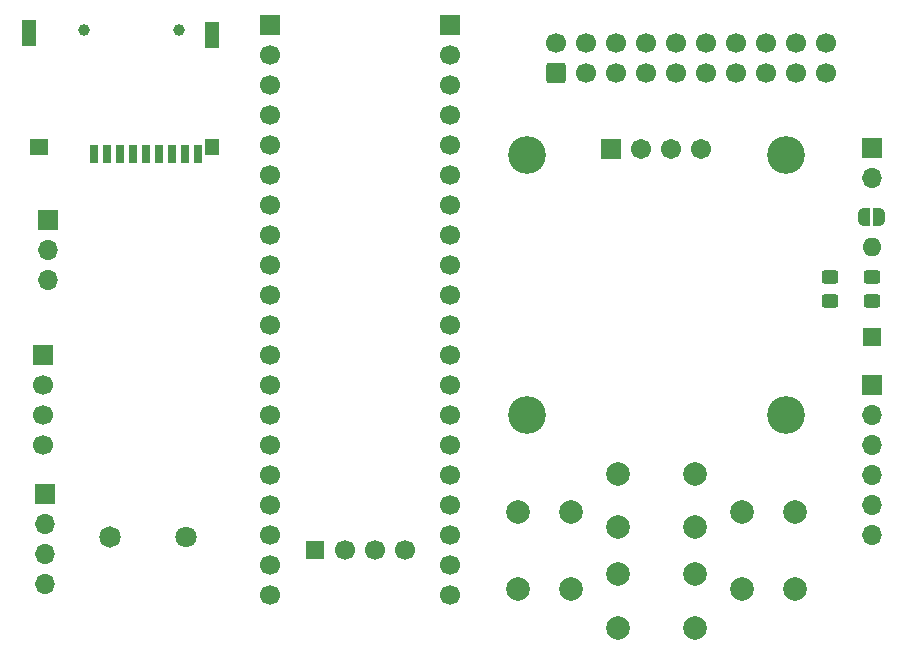
<source format=gbr>
%TF.GenerationSoftware,KiCad,Pcbnew,9.0.1*%
%TF.CreationDate,2025-05-19T08:35:17+02:00*%
%TF.ProjectId,sdiskII_stm32,73646973-6b49-4495-9f73-746d33322e6b,6*%
%TF.SameCoordinates,Original*%
%TF.FileFunction,Soldermask,Top*%
%TF.FilePolarity,Negative*%
%FSLAX46Y46*%
G04 Gerber Fmt 4.6, Leading zero omitted, Abs format (unit mm)*
G04 Created by KiCad (PCBNEW 9.0.1) date 2025-05-19 08:35:17*
%MOMM*%
%LPD*%
G01*
G04 APERTURE LIST*
G04 Aperture macros list*
%AMRoundRect*
0 Rectangle with rounded corners*
0 $1 Rounding radius*
0 $2 $3 $4 $5 $6 $7 $8 $9 X,Y pos of 4 corners*
0 Add a 4 corners polygon primitive as box body*
4,1,4,$2,$3,$4,$5,$6,$7,$8,$9,$2,$3,0*
0 Add four circle primitives for the rounded corners*
1,1,$1+$1,$2,$3*
1,1,$1+$1,$4,$5*
1,1,$1+$1,$6,$7*
1,1,$1+$1,$8,$9*
0 Add four rect primitives between the rounded corners*
20,1,$1+$1,$2,$3,$4,$5,0*
20,1,$1+$1,$4,$5,$6,$7,0*
20,1,$1+$1,$6,$7,$8,$9,0*
20,1,$1+$1,$8,$9,$2,$3,0*%
%AMFreePoly0*
4,1,23,0.500000,-0.750000,0.000000,-0.750000,0.000000,-0.745722,-0.065263,-0.745722,-0.191342,-0.711940,-0.304381,-0.646677,-0.396677,-0.554381,-0.461940,-0.441342,-0.495722,-0.315263,-0.495722,-0.250000,-0.500000,-0.250000,-0.500000,0.250000,-0.495722,0.250000,-0.495722,0.315263,-0.461940,0.441342,-0.396677,0.554381,-0.304381,0.646677,-0.191342,0.711940,-0.065263,0.745722,0.000000,0.745722,
0.000000,0.750000,0.500000,0.750000,0.500000,-0.750000,0.500000,-0.750000,$1*%
%AMFreePoly1*
4,1,23,0.000000,0.745722,0.065263,0.745722,0.191342,0.711940,0.304381,0.646677,0.396677,0.554381,0.461940,0.441342,0.495722,0.315263,0.495722,0.250000,0.500000,0.250000,0.500000,-0.250000,0.495722,-0.250000,0.495722,-0.315263,0.461940,-0.441342,0.396677,-0.554381,0.304381,-0.646677,0.191342,-0.711940,0.065263,-0.745722,0.000000,-0.745722,0.000000,-0.750000,-0.500000,-0.750000,
-0.500000,0.750000,0.000000,0.750000,0.000000,0.745722,0.000000,0.745722,$1*%
G04 Aperture macros list end*
%ADD10RoundRect,0.250000X0.450000X-0.325000X0.450000X0.325000X-0.450000X0.325000X-0.450000X-0.325000X0*%
%ADD11C,1.700000*%
%ADD12R,1.524000X1.524000*%
%ADD13R,1.700000X1.700000*%
%ADD14RoundRect,0.250000X0.600000X-0.600000X0.600000X0.600000X-0.600000X0.600000X-0.600000X-0.600000X0*%
%ADD15R,1.600000X1.600000*%
%ADD16O,1.600000X1.600000*%
%ADD17O,1.700000X1.700000*%
%ADD18C,2.000000*%
%ADD19C,1.824000*%
%ADD20C,1.800000*%
%ADD21FreePoly0,180.000000*%
%ADD22FreePoly1,180.000000*%
%ADD23RoundRect,0.102000X-0.754000X-0.754000X0.754000X-0.754000X0.754000X0.754000X-0.754000X0.754000X0*%
%ADD24C,1.712000*%
%ADD25C,3.204000*%
%ADD26R,1.600000X1.400000*%
%ADD27C,1.000000*%
%ADD28R,1.200000X2.200000*%
%ADD29R,0.700000X1.600000*%
%ADD30R,1.200000X1.400000*%
G04 APERTURE END LIST*
D10*
%TO.C,D3*%
X201470000Y-111830000D03*
X201470000Y-109780000D03*
%TD*%
%TO.C,D2*%
X205000000Y-111840000D03*
X205000000Y-109790000D03*
%TD*%
D11*
%TO.C,\u03BCC1*%
X165480000Y-132890000D03*
X162940000Y-132890000D03*
X160400000Y-132890000D03*
D12*
X157860000Y-132890000D03*
D13*
X169290000Y-88440000D03*
D11*
X169290000Y-90980000D03*
X169290000Y-93520000D03*
X169290000Y-96060000D03*
X169290000Y-98600000D03*
X169290000Y-101140000D03*
X169290000Y-103680000D03*
X169290000Y-106220000D03*
X169290000Y-108760000D03*
X169290000Y-111300000D03*
X169290000Y-113840000D03*
X169290000Y-116380000D03*
X169290000Y-118920000D03*
X169290000Y-121460000D03*
X169290000Y-124000000D03*
X169290000Y-126540000D03*
X169290000Y-129080000D03*
X169290000Y-131620000D03*
X169290000Y-134160000D03*
X169290000Y-136700000D03*
X154050000Y-136700000D03*
X154050000Y-134160000D03*
X154050000Y-131620000D03*
X154050000Y-129080000D03*
X154050000Y-126540000D03*
X154050000Y-124000000D03*
X154050000Y-121460000D03*
X154050000Y-118920000D03*
X154050000Y-116380000D03*
X154050000Y-113840000D03*
X154050000Y-111300000D03*
X154050000Y-108760000D03*
X154050000Y-106220000D03*
X154050000Y-103680000D03*
X154050000Y-101140000D03*
X154050000Y-98600000D03*
X154050000Y-96060000D03*
X154050000Y-93520000D03*
X154050000Y-90980000D03*
D13*
X154050000Y-88440000D03*
%TD*%
D14*
%TO.C,J2*%
X178290000Y-92490000D03*
D11*
X178290000Y-89950000D03*
X180830000Y-92490000D03*
X180830000Y-89950000D03*
X183370000Y-92490000D03*
X183370000Y-89950000D03*
X185910000Y-92490000D03*
X185910000Y-89950000D03*
X188450000Y-92490000D03*
X188450000Y-89950000D03*
X190990000Y-92490000D03*
X190990000Y-89950000D03*
X193530000Y-92490000D03*
X193530000Y-89950000D03*
X196070000Y-92490000D03*
X196070000Y-89950000D03*
X198610000Y-92490000D03*
X198610000Y-89950000D03*
X201150000Y-92490000D03*
X201150000Y-89950000D03*
%TD*%
D15*
%TO.C,D1*%
X205000000Y-114840000D03*
D16*
X205000000Y-107220000D03*
%TD*%
D13*
%TO.C,J5*%
X134880000Y-116370000D03*
D11*
X134880000Y-118910000D03*
X134880000Y-121450000D03*
X134880000Y-123990000D03*
%TD*%
D13*
%TO.C,J3*%
X205030000Y-118910000D03*
D17*
X205030000Y-121450000D03*
X205030000Y-123990000D03*
X205030000Y-126530000D03*
X205030000Y-129070000D03*
X205030000Y-131610000D03*
%TD*%
D18*
%TO.C,UP1*%
X190040000Y-130950000D03*
X183540000Y-130950000D03*
X190040000Y-126450000D03*
X183540000Y-126450000D03*
%TD*%
D19*
%TO.C,BZ1*%
X140500000Y-131750000D03*
D20*
X147000000Y-131750000D03*
%TD*%
D13*
%TO.C,J4*%
X135240000Y-104975000D03*
D17*
X135240000Y-107515000D03*
X135240000Y-110055000D03*
%TD*%
D21*
%TO.C,JP1*%
X205650000Y-104680000D03*
D22*
X204350000Y-104680000D03*
%TD*%
D13*
%TO.C,J1*%
X205000000Y-98810000D03*
D17*
X205000000Y-101350000D03*
%TD*%
D18*
%TO.C,ENTR1*%
X198540000Y-129700000D03*
X198540000Y-136200000D03*
X194040000Y-129700000D03*
X194040000Y-136200000D03*
%TD*%
D13*
%TO.C,J6*%
X135000000Y-128180000D03*
D17*
X135000000Y-130720000D03*
X135000000Y-133260000D03*
X135000000Y-135800000D03*
%TD*%
D23*
%TO.C,U8*%
X182980000Y-98950000D03*
D24*
X185520000Y-98950000D03*
X188060000Y-98950000D03*
X190600000Y-98950000D03*
D25*
X175790000Y-99450000D03*
X197790000Y-99450000D03*
X197790000Y-121450000D03*
X175790000Y-121450000D03*
%TD*%
D26*
%TO.C,U2*%
X134540000Y-98750000D03*
D27*
X138340000Y-88850000D03*
X146340000Y-88850000D03*
D28*
X149140000Y-89250000D03*
D29*
X139140000Y-99350000D03*
X140240000Y-99350000D03*
X141340000Y-99350000D03*
X142440000Y-99350000D03*
X143540000Y-99350000D03*
X144640000Y-99350000D03*
X145740000Y-99350000D03*
X146840000Y-99350000D03*
X147940000Y-99350000D03*
D30*
X149140000Y-98750000D03*
D28*
X133640000Y-89150000D03*
%TD*%
D18*
%TO.C,RET1*%
X179540000Y-129700000D03*
X179540000Y-136200000D03*
X175040000Y-129700000D03*
X175040000Y-136200000D03*
%TD*%
%TO.C,DOWN1*%
X183540000Y-134950000D03*
X190040000Y-134950000D03*
X183540000Y-139450000D03*
X190040000Y-139450000D03*
%TD*%
M02*

</source>
